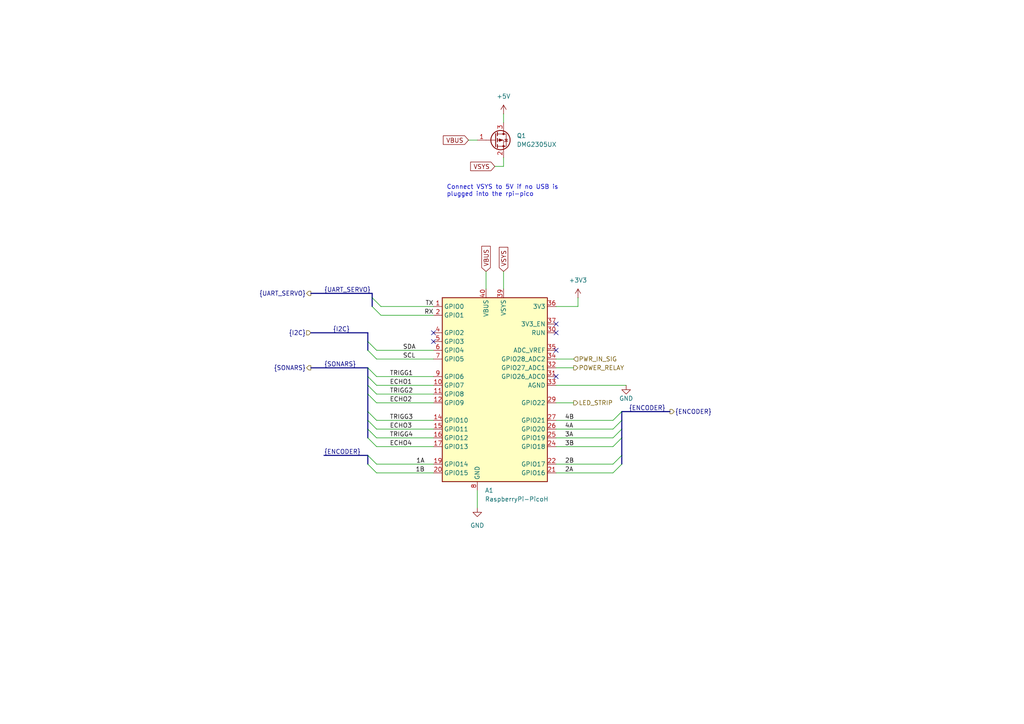
<source format=kicad_sch>
(kicad_sch (version 20231120) (generator "eeschema") (generator_version "8.0")
  (paper "A4")
  (title_block (title "${PROJECTNAME}") (rev "${VERSION}"))
  (lib_symbols
    (symbol "Transistor_FET:DMG2301L" (pin_names hide)
      (property "Reference" "Q" (at 5.08 1.905 0))
      (property "Value" "DMG2301L" (at 5.08 0 0))
      (symbol "DMG2301L_0_1"
        (polyline (pts (xy 0.254 0) (xy -2.54 0)))
        (polyline (pts (xy 0.254 1.905) (xy 0.254 -1.905)) (stroke (width 0.254)))
        (polyline (pts (xy 0.762 -1.27) (xy 0.762 -2.286)) (stroke (width 0.254)))
        (polyline (pts (xy 0.762 0.508) (xy 0.762 -0.508)) (stroke (width 0.254)))
        (polyline (pts (xy 0.762 2.286) (xy 0.762 1.27)) (stroke (width 0.254)))
        (polyline (pts (xy 2.54 2.54) (xy 2.54 1.778)))
        (polyline (pts (xy 2.54 -2.54) (xy 2.54 0) (xy 0.762 0)))
        (polyline (pts (xy 0.762 1.778) (xy 3.302 1.778) (xy 3.302 -1.778) (xy 0.762 -1.778)))
        (polyline (pts (xy 2.286 0) (xy 1.27 0.381) (xy 1.27 -0.381) (xy 2.286 0)) (fill (type outline)))
        (polyline (pts (xy 2.794 -0.508) (xy 2.921 -0.381) (xy 3.683 -0.381) (xy 3.81 -0.254)))
        (polyline (pts (xy 3.302 -0.381) (xy 2.921 0.254) (xy 3.683 0.254) (xy 3.302 -0.381)))
        (circle (center 1.651 0) (radius 2.794) (stroke (width 0.254)))
        (circle (center 2.54 -1.778) (radius 0.254) (fill (type outline)))
        (circle (center 2.54 1.778) (radius 0.254) (fill (type outline)))
      )
      (symbol "DMG2301L_1_1"
        (pin input line (at -5.08 0 0) (length 2.54) (name "G") (number "1"))
        (pin passive line (at 2.54 -5.08 90) (length 2.54) (name "S") (number "2"))
        (pin passive line (at 2.54 5.08 270) (length 2.54) (name "D") (number "3"))
      )
    )
    (symbol "custom:RaspberryPi-Pico-H"
      (property "Reference" "A" (at 0 17.78 0))
      (property "Value" "RaspberryPi-Pico-H" (at 2.54 15.24 0))
      (symbol "RaspberryPi-Pico-H_1_1"
        (rectangle (start -15.24 27.94) (end 15.24 -25.4) (stroke (width 0.254)) (fill (type background)))
        (pin bidirectional line (at -17.78 25.4 0) (length 2.54) (name "GPIO0") (number "1"))
        (pin bidirectional line (at -17.78 2.54 0) (length 2.54) (name "GPIO7") (number "10"))
        (pin bidirectional line (at -17.78 0 0) (length 2.54) (name "GPIO8") (number "11"))
        (pin bidirectional line (at -17.78 -2.54 0) (length 2.54) (name "GPIO9") (number "12"))
        (pin passive line (at -5.08 -27.94 90) (length 2.54) hide (name "GND") (number "13"))
        (pin bidirectional line (at -17.78 -7.62 0) (length 2.54) (name "GPIO10") (number "14"))
        (pin bidirectional line (at -17.78 -10.16 0) (length 2.54) (name "GPIO11") (number "15"))
        (pin bidirectional line (at -17.78 -12.7 0) (length 2.54) (name "GPIO12") (number "16"))
        (pin bidirectional line (at -17.78 -15.24 0) (length 2.54) (name "GPIO13") (number "17"))
        (pin passive line (at -5.08 -27.94 90) (length 2.54) hide (name "GND") (number "18"))
        (pin bidirectional line (at -17.78 -20.32 0) (length 2.54) (name "GPIO14") (number "19"))
        (pin bidirectional line (at -17.78 22.86 0) (length 2.54) (name "GPIO1") (number "2"))
        (pin bidirectional line (at -17.78 -22.86 0) (length 2.54) (name "GPIO15") (number "20"))
        (pin bidirectional line (at 17.78 -22.86 180) (length 2.54) (name "GPIO16") (number "21"))
        (pin bidirectional line (at 17.78 -20.32 180) (length 2.54) (name "GPIO17") (number "22"))
        (pin passive line (at -5.08 -27.94 90) (length 2.54) hide (name "GND") (number "23"))
        (pin bidirectional line (at 17.78 -15.24 180) (length 2.54) (name "GPIO18") (number "24"))
        (pin bidirectional line (at 17.78 -12.7 180) (length 2.54) (name "GPIO19") (number "25"))
        (pin bidirectional line (at 17.78 -10.16 180) (length 2.54) (name "GPIO20") (number "26"))
        (pin bidirectional line (at 17.78 -7.62 180) (length 2.54) (name "GPIO21") (number "27"))
        (pin passive line (at -5.08 -27.94 90) (length 2.54) hide (name "GND") (number "28"))
        (pin bidirectional line (at 17.78 -2.54 180) (length 2.54) (name "GPIO22") (number "29"))
        (pin passive line (at -5.08 -27.94 90) (length 2.54) hide (name "GND") (number "3"))
        (pin input line (at 17.78 17.78 180) (length 2.54) (name "RUN") (number "30"))
        (pin bidirectional line (at 17.78 5.08 180) (length 2.54) (name "GPIO26_ADC0") (number "31"))
        (pin bidirectional line (at 17.78 7.62 180) (length 2.54) (name "GPIO27_ADC1") (number "32"))
        (pin power_in line (at 17.78 2.54 180) (length 2.54) (name "AGND") (number "33"))
        (pin bidirectional line (at 17.78 10.16 180) (length 2.54) (name "GPIO28_ADC2") (number "34"))
        (pin power_in line (at 17.78 12.7 180) (length 2.54) (name "ADC_VREF") (number "35"))
        (pin power_out line (at 17.78 25.4 180) (length 2.54) (name "3V3") (number "36"))
        (pin input line (at 17.78 20.32 180) (length 2.54) (name "3V3_EN") (number "37"))
        (pin passive line (at -5.08 -27.94 90) (length 2.54) hide (name "GND") (number "38"))
        (pin power_out line (at 2.54 30.48 270) (length 2.54) (name "VSYS") (number "39"))
        (pin bidirectional line (at -17.78 17.78 0) (length 2.54) (name "GPIO2") (number "4"))
        (pin power_out line (at -2.54 30.48 270) (length 2.54) (name "VBUS") (number "40"))
        (pin bidirectional line (at -17.78 15.24 0) (length 2.54) (name "GPIO3") (number "5"))
        (pin bidirectional line (at -17.78 12.7 0) (length 2.54) (name "GPIO4") (number "6"))
        (pin bidirectional line (at -17.78 10.16 0) (length 2.54) (name "GPIO5") (number "7"))
        (pin power_in line (at -5.08 -27.94 90) (length 2.54) (name "GND") (number "8"))
        (pin bidirectional line (at -17.78 5.08 0) (length 2.54) (name "GPIO6") (number "9"))
      )
    )
    (symbol "power:+3V3" (power) (pin_numbers hide) (pin_names (offset 0) hide)
      (property "Value" "+3V3" (at 0 3.556 0))
      (symbol "+3V3_0_1"
        (polyline (pts (xy -0.762 1.27) (xy 0 2.54)))
        (polyline (pts (xy 0 0) (xy 0 2.54)))
        (polyline (pts (xy 0 2.54) (xy 0.762 1.27)))
      )
      (symbol "+3V3_1_1"
        (pin power_in line (at 0 0 90) (length 0) (name "~") (number "1"))
      )
    )
    (symbol "power:+5V" (power) (pin_numbers hide) (pin_names (offset 0) hide)
      (property "Value" "+5V" (at 0 3.556 0))
      (symbol "+5V_0_1"
        (polyline (pts (xy -0.762 1.27) (xy 0 2.54)))
        (polyline (pts (xy 0 0) (xy 0 2.54)))
        (polyline (pts (xy 0 2.54) (xy 0.762 1.27)))
      )
      (symbol "+5V_1_1"
        (pin power_in line (at 0 0 90) (length 0) (name "~") (number "1"))
      )
    )
    (symbol "power:GND" (power) (pin_numbers hide) (pin_names (offset 0) hide)
      (property "Value" "GND" (at 0 -3.81 0))
      (symbol "GND_0_1"
        (polyline (pts (xy 0 0) (xy 0 -1.27) (xy 1.27 -1.27) (xy 0 -2.54) (xy -1.27 -1.27) (xy 0 -1.27)))
      )
      (symbol "GND_1_1"
        (pin power_in line (at 0 0 270) (length 0) (name "~") (number "1"))
      )
    )
  )
  (no_connect (at 125.73 99.06))
  (no_connect (at 161.29 96.52))
  (no_connect (at 125.73 96.52))
  (no_connect (at 161.29 109.22))
  (no_connect (at 161.29 93.98))
  (no_connect (at 161.29 101.6))
  (bus_entry (at 106.68 111.76) (size 2.54 2.54))
  (bus_entry (at 107.95 86.36) (size 2.54 2.54))
  (bus_entry (at 106.68 132.08) (size 2.54 2.54))
  (bus_entry (at 106.68 109.22) (size 2.54 2.54))
  (bus_entry (at 106.68 101.6) (size 2.54 2.54))
  (bus_entry (at 106.68 99.06) (size 2.54 2.54))
  (bus_entry (at 180.34 127) (size -2.54 2.54))
  (bus_entry (at 106.68 121.92) (size 2.54 2.54))
  (bus_entry (at 180.34 121.92) (size -2.54 2.54))
  (bus_entry (at 180.34 124.46) (size -2.54 2.54))
  (bus_entry (at 106.68 127) (size 2.54 2.54))
  (bus_entry (at 106.68 134.62) (size 2.54 2.54))
  (bus_entry (at 106.68 119.38) (size 2.54 2.54))
  (bus_entry (at 106.68 124.46) (size 2.54 2.54))
  (bus_entry (at 106.68 106.68) (size 2.54 2.54))
  (bus_entry (at 180.34 119.38) (size -2.54 2.54))
  (bus_entry (at 180.34 134.62) (size -2.54 2.54))
  (bus_entry (at 180.34 132.08) (size -2.54 2.54))
  (bus_entry (at 107.95 88.9) (size 2.54 2.54))
  (bus_entry (at 106.68 114.3) (size 2.54 2.54))
  (bus (pts (xy 106.68 132.08) (xy 106.68 134.62)))
  (wire (pts (xy 161.29 116.84) (xy 166.37 116.84)))
  (bus (pts (xy 93.98 132.08) (xy 106.68 132.08)))
  (wire (pts (xy 109.22 104.14) (xy 125.73 104.14)))
  (bus (pts (xy 180.34 121.92) (xy 180.34 124.46)))
  (wire (pts (xy 109.22 109.22) (xy 125.73 109.22)))
  (wire (pts (xy 109.22 127) (xy 125.73 127)))
  (wire (pts (xy 161.29 134.62) (xy 177.8 134.62)))
  (bus (pts (xy 107.95 85.09) (xy 107.95 86.36)))
  (bus (pts (xy 180.34 119.38) (xy 194.31 119.38)))
  (wire (pts (xy 161.29 121.92) (xy 177.8 121.92)))
  (wire (pts (xy 109.22 111.76) (xy 125.73 111.76)))
  (wire (pts (xy 161.29 137.16) (xy 177.8 137.16)))
  (bus (pts (xy 106.68 124.46) (xy 106.68 127)))
  (wire (pts (xy 109.22 129.54) (xy 125.73 129.54)))
  (wire (pts (xy 161.29 127) (xy 177.8 127)))
  (wire (pts (xy 135.89 40.64) (xy 138.43 40.64)))
  (wire (pts (xy 146.05 48.26) (xy 146.05 45.72)))
  (wire (pts (xy 110.49 91.44) (xy 125.73 91.44)))
  (wire (pts (xy 167.64 86.36) (xy 167.64 88.9)))
  (wire (pts (xy 109.22 114.3) (xy 125.73 114.3)))
  (bus (pts (xy 180.34 124.46) (xy 180.34 127)))
  (wire (pts (xy 167.64 88.9) (xy 161.29 88.9)))
  (wire (pts (xy 109.22 116.84) (xy 125.73 116.84)))
  (bus (pts (xy 106.68 106.68) (xy 106.68 109.22)))
  (bus (pts (xy 180.34 132.08) (xy 180.34 134.62)))
  (bus (pts (xy 106.68 96.52) (xy 106.68 99.06)))
  (bus (pts (xy 107.95 86.36) (xy 107.95 88.9)))
  (bus (pts (xy 106.68 99.06) (xy 106.68 101.6)))
  (wire (pts (xy 140.97 78.74) (xy 140.97 83.82)))
  (bus (pts (xy 180.34 119.38) (xy 180.34 121.92)))
  (wire (pts (xy 138.43 142.24) (xy 138.43 147.32)))
  (wire (pts (xy 161.29 106.68) (xy 166.37 106.68)))
  (bus (pts (xy 106.68 119.38) (xy 106.68 121.92)))
  (wire (pts (xy 110.49 88.9) (xy 125.73 88.9)))
  (wire (pts (xy 146.05 33.02) (xy 146.05 35.56)))
  (wire (pts (xy 125.73 134.62) (xy 109.22 134.62)))
  (bus (pts (xy 180.34 127) (xy 180.34 132.08)))
  (bus (pts (xy 106.68 121.92) (xy 106.68 124.46)))
  (wire (pts (xy 146.05 78.74) (xy 146.05 83.82)))
  (wire (pts (xy 109.22 121.92) (xy 125.73 121.92)))
  (bus (pts (xy 90.17 96.52) (xy 106.68 96.52)))
  (wire (pts (xy 161.29 124.46) (xy 177.8 124.46)))
  (wire (pts (xy 109.22 124.46) (xy 125.73 124.46)))
  (bus (pts (xy 106.68 109.22) (xy 106.68 111.76)))
  (wire (pts (xy 161.29 104.14) (xy 166.37 104.14)))
  (bus (pts (xy 90.17 106.68) (xy 106.68 106.68)))
  (wire (pts (xy 143.51 48.26) (xy 146.05 48.26)))
  (wire (pts (xy 125.73 137.16) (xy 109.22 137.16)))
  (bus (pts (xy 90.17 85.09) (xy 107.95 85.09)))
  (wire (pts (xy 181.61 111.76) (xy 161.29 111.76)))
  (wire (pts (xy 109.22 101.6) (xy 125.73 101.6)))
  (wire (pts (xy 161.29 129.54) (xy 177.8 129.54)))
  (bus (pts (xy 106.68 111.76) (xy 106.68 114.3)))
  (bus (pts (xy 106.68 114.3) (xy 106.68 119.38)))
  (text "Connect VSYS to 5V if no USB is \nplugged into the rpi-pico" (at 129.54 57.15 0) (effects (font (size 1.27 1.27)) (justify left bottom)))
  (label "4B" (at 163.83 121.92 0))
  (label "SCL" (at 116.84 104.14 0))
  (label "2A" (at 163.83 137.16 0))
  (label "3A" (at 163.83 127 0))
  (label "TRIGG3" (at 113.03 121.92 0))
  (label "1B" (at 123.19 137.16 180))
  (label "{UART_SERVO}" (at 93.98 85.09 0))
  (label "4A" (at 163.83 124.46 0))
  (label "RX" (at 125.73 91.44 180))
  (label "ECHO3" (at 113.03 124.46 0))
  (label "1A" (at 123.19 134.62 180))
  (label "3B" (at 163.83 129.54 0))
  (label "{ENCODER}" (at 193.04 119.38 180))
  (label "{SONARS}" (at 93.98 106.68 0))
  (label "ECHO1" (at 113.03 111.76 0))
  (label "SDA" (at 116.84 101.6 0))
  (label "2B" (at 163.83 134.62 0))
  (label "ECHO2" (at 113.03 116.84 0))
  (label "TX" (at 125.73 88.9 180))
  (label "ECHO4" (at 113.03 129.54 0))
  (label "{ENCODER}" (at 93.98 132.08 0))
  (label "TRIGG2" (at 113.03 114.3 0))
  (label "{I2C}" (at 96.52 96.52 0))
  (label "TRIGG4" (at 113.03 127 0))
  (label "TRIGG1" (at 113.03 109.22 0))
  (global_label "VBUS" (shape input) (at 135.89 40.64 180) (property "Intersheetrefs" "${INTERSHEET_REFS}" (effects (hide yes))))
  (global_label "VSYS" (shape input) (at 143.51 48.26 180) (property "Intersheetrefs" "${INTERSHEET_REFS}" (effects (hide yes))))
  (global_label "VBUS" (shape input) (at 140.97 78.74 90) (property "Intersheetrefs" "${INTERSHEET_REFS}" (effects (hide yes))))
  (global_label "VSYS" (shape input) (at 146.05 78.74 90) (property "Intersheetrefs" "${INTERSHEET_REFS}" (effects (hide yes))))
  (hierarchical_label "{UART_SERVO}" (shape output) (at 90.17 85.09 180))
  (hierarchical_label "POWER_RELAY" (shape output) (at 166.37 106.68 0))
  (hierarchical_label "PWR_IN_SIG" (shape input) (at 166.37 104.14 0))
  (hierarchical_label "{I2C}" (shape input) (at 90.17 96.52 180))
  (hierarchical_label "LED_STRIP" (shape output) (at 166.37 116.84 0))
  (hierarchical_label "{ENCODER}" (shape output) (at 194.31 119.38 0))
  (hierarchical_label "{SONARS}" (shape output) (at 90.17 106.68 180))
  (symbol (lib_id "custom:RaspberryPi-Pico-H") (at 143.51 114.3 0) (unit 1)
    (property "Reference" "A1" (at 140.6241 142.24 0) (effects (justify left)))
    (property "Value" "RaspberryPi-PicoH" (at 140.6241 144.78 0) (effects (justify left)))
    (property "Footprint" "Library:Raspberry_Pi_Pico_double" (effects (hide yes)))
    (property "Datasheet" "https://datasheets.raspberrypi.com/pico/pico-datasheet.pdf" (effects (hide yes)))
  )
  (symbol (lib_id "power:+3V3") (at 167.64 86.36 0) (unit 1)
    (property "Reference" "#PWR060" (effects (hide yes)))
    (property "Value" "+3V3" (at 167.64 81.28 0))
    (property "Description" "Power symbol creates a global label with name \"+3V3\"" (effects (hide yes)))
  )
  (symbol (lib_id "Transistor_FET:DMG2301L") (at 143.51 40.64 0) (unit 1)
    (property "Reference" "Q1" (at 149.86 39.37 0) (effects (justify left)))
    (property "Value" "DMG2305UX" (at 149.86 41.91 0) (effects (justify left)))
    (property "Footprint" "Package_TO_SOT_SMD:SOT-23" (effects (hide yes)))
    (property "Datasheet" "https://www.diodes.com/assets/Datasheets/DMG2301L.pdf" (effects (hide yes)))
    (property "Description" "-3A Id, -20V Vds, P-Channel MOSFET, SOT-23" (effects (hide yes)))
    (property "LCSC" "C144153" (effects (hide yes)))
  )
  (symbol (lib_id "power:GND") (at 181.61 111.76 0) (unit 1)
    (property "Reference" "#PWR061" (effects (hide yes)))
    (property "Value" "GND" (at 181.61 115.57 0))
    (property "Description" "Power symbol creates a global label with name \"GND\" , ground" (effects (hide yes)))
  )
  (symbol (lib_id "power:GND") (at 138.43 147.32 0) (unit 1)
    (property "Reference" "#PWR025" (effects (hide yes)))
    (property "Value" "GND" (at 138.43 152.4 0))
    (property "Description" "Power symbol creates a global label with name \"GND\" , ground" (effects (hide yes)))
  )
  (symbol (lib_id "power:+5V") (at 146.05 33.02 0) (unit 1)
    (property "Reference" "#PWR059" (effects (hide yes)))
    (property "Value" "+5V" (at 146.05 27.94 0))
    (property "Description" "Power symbol creates a global label with name \"+5V\"" (effects (hide yes)))
  )
)
</source>
